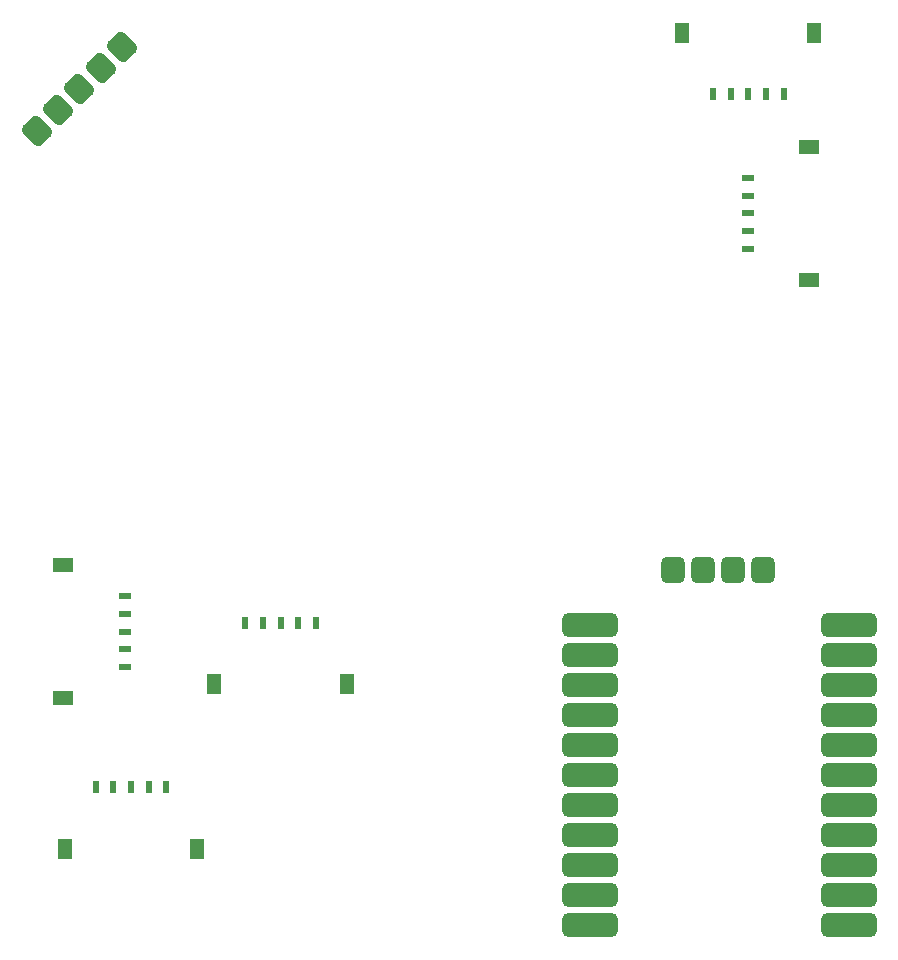
<source format=gbr>
%TF.GenerationSoftware,KiCad,Pcbnew,8.0.2-1*%
%TF.CreationDate,2024-05-28T20:36:57-07:00*%
%TF.ProjectId,solar-panel-side-Z,736f6c61-722d-4706-916e-656c2d736964,3.1*%
%TF.SameCoordinates,Original*%
%TF.FileFunction,Paste,Bot*%
%TF.FilePolarity,Positive*%
%FSLAX46Y46*%
G04 Gerber Fmt 4.6, Leading zero omitted, Abs format (unit mm)*
G04 Created by KiCad (PCBNEW 8.0.2-1) date 2024-05-28 20:36:57*
%MOMM*%
%LPD*%
G01*
G04 APERTURE LIST*
G04 Aperture macros list*
%AMRoundRect*
0 Rectangle with rounded corners*
0 $1 Rounding radius*
0 $2 $3 $4 $5 $6 $7 $8 $9 X,Y pos of 4 corners*
0 Add a 4 corners polygon primitive as box body*
4,1,4,$2,$3,$4,$5,$6,$7,$8,$9,$2,$3,0*
0 Add four circle primitives for the rounded corners*
1,1,$1+$1,$2,$3*
1,1,$1+$1,$4,$5*
1,1,$1+$1,$6,$7*
1,1,$1+$1,$8,$9*
0 Add four rect primitives between the rounded corners*
20,1,$1+$1,$2,$3,$4,$5,0*
20,1,$1+$1,$4,$5,$6,$7,0*
20,1,$1+$1,$6,$7,$8,$9,0*
20,1,$1+$1,$8,$9,$2,$3,0*%
G04 Aperture macros list end*
%ADD10R,0.600000X1.000000*%
%ADD11R,1.250000X1.800000*%
%ADD12R,1.000000X0.600000*%
%ADD13R,1.800000X1.250000*%
%ADD14RoundRect,0.500000X1.860000X0.500000X-1.860000X0.500000X-1.860000X-0.500000X1.860000X-0.500000X0*%
%ADD15RoundRect,0.500000X0.500000X-0.635000X0.500000X0.635000X-0.500000X0.635000X-0.500000X-0.635000X0*%
%ADD16RoundRect,0.500000X0.802566X-0.095459X-0.095459X0.802566X-0.802566X0.095459X0.095459X-0.802566X0*%
G04 APERTURE END LIST*
D10*
%TO.C,J1*%
X139278501Y-99850000D03*
X137778501Y-99850000D03*
X136278502Y-99850000D03*
X134778500Y-99850000D03*
X133278500Y-99850000D03*
D11*
X141883500Y-105040000D03*
X130673502Y-105040000D03*
%TD*%
D10*
%TO.C,J9*%
X126618501Y-113810000D03*
X125118501Y-113810000D03*
X123618502Y-113810000D03*
X122118500Y-113810000D03*
X120618500Y-113810000D03*
D11*
X129223500Y-119000000D03*
X118013502Y-119000000D03*
%TD*%
D10*
%TO.C,J3*%
X172881499Y-55130001D03*
X174381499Y-55130001D03*
X175881498Y-55130001D03*
X177381500Y-55130001D03*
X178881500Y-55130001D03*
D11*
X170276500Y-49940001D03*
X181486498Y-49940001D03*
%TD*%
D12*
%TO.C,J8*%
X175830000Y-62211499D03*
X175830000Y-63711499D03*
X175830000Y-65211498D03*
X175830000Y-66711500D03*
X175830000Y-68211500D03*
D13*
X181020000Y-59606500D03*
X181020000Y-70816498D03*
%TD*%
D14*
%TO.C,U4*%
X184400000Y-100080000D03*
X184400000Y-102620000D03*
X184400000Y-105160000D03*
X184400000Y-107700000D03*
X184400000Y-110240000D03*
X184400000Y-112780000D03*
X184400000Y-115320000D03*
X184400000Y-117860000D03*
X184400000Y-120400000D03*
X184400000Y-122940000D03*
X184400000Y-125480000D03*
X162440000Y-100080000D03*
X162440000Y-102620000D03*
X162440000Y-105160000D03*
X162440000Y-107700000D03*
X162440000Y-110240000D03*
X162440000Y-112780000D03*
X162440000Y-115320000D03*
X162440000Y-117860000D03*
X162440000Y-120400000D03*
X162440000Y-122940000D03*
X162440000Y-125480000D03*
D15*
X177160000Y-95365000D03*
X174620000Y-95365000D03*
X172080000Y-95365000D03*
X169540000Y-95365000D03*
%TD*%
D12*
%TO.C,J2*%
X123080001Y-103618501D03*
X123080001Y-102118501D03*
X123080001Y-100618502D03*
X123080001Y-99118500D03*
X123080001Y-97618500D03*
D13*
X117890001Y-106223500D03*
X117890001Y-95013502D03*
%TD*%
D16*
%TO.C,U5*%
X122850038Y-51083027D03*
X121053987Y-52879078D03*
X119257936Y-54675129D03*
X117437843Y-56447139D03*
X115641792Y-58243190D03*
%TD*%
M02*

</source>
